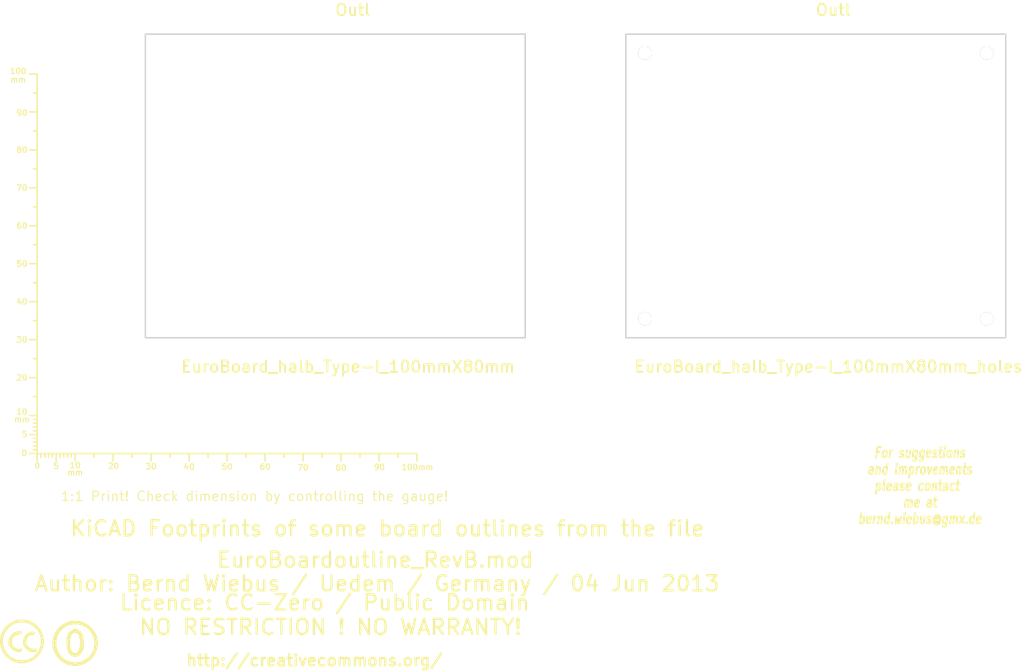
<source format=kicad_pcb>
(kicad_pcb (version 3) (host pcbnew "(2013-03-30 BZR 4007)-stable")

  (general
    (links 0)
    (no_connects 0)
    (area -16.90696 19.13594 297.225656 197.1694)
    (thickness 1.6002)
    (drawings 7)
    (tracks 0)
    (zones 0)
    (modules 5)
    (nets 1)
  )

  (page A4)
  (layers
    (15 Vorderseite signal)
    (0 Rückseite signal)
    (16 B.Adhes user)
    (17 F.Adhes user)
    (18 B.Paste user)
    (19 F.Paste user)
    (20 B.SilkS user)
    (21 F.SilkS user)
    (22 B.Mask user)
    (23 F.Mask user)
    (24 Dwgs.User user)
    (25 Cmts.User user)
    (26 Eco1.User user)
    (27 Eco2.User user)
    (28 Edge.Cuts user)
  )

  (setup
    (last_trace_width 0.2032)
    (trace_clearance 0.254)
    (zone_clearance 0.508)
    (zone_45_only no)
    (trace_min 0.2032)
    (segment_width 0.381)
    (edge_width 0.381)
    (via_size 0.889)
    (via_drill 0.635)
    (via_min_size 0.889)
    (via_min_drill 0.508)
    (uvia_size 0.508)
    (uvia_drill 0.127)
    (uvias_allowed no)
    (uvia_min_size 0.508)
    (uvia_min_drill 0.127)
    (pcb_text_width 0.3048)
    (pcb_text_size 1.524 2.032)
    (mod_edge_width 0.381)
    (mod_text_size 1.524 1.524)
    (mod_text_width 0.3048)
    (pad_size 1.524 1.524)
    (pad_drill 0.8128)
    (pad_to_mask_clearance 0.254)
    (aux_axis_origin 0 0)
    (visible_elements 7FFFFFFF)
    (pcbplotparams
      (layerselection 3178497)
      (usegerberextensions true)
      (excludeedgelayer true)
      (linewidth 60)
      (plotframeref false)
      (viasonmask false)
      (mode 1)
      (useauxorigin false)
      (hpglpennumber 1)
      (hpglpenspeed 20)
      (hpglpendiameter 15)
      (hpglpenoverlay 0)
      (psnegative false)
      (psa4output false)
      (plotreference true)
      (plotvalue true)
      (plotothertext true)
      (plotinvisibletext false)
      (padsonsilk false)
      (subtractmaskfromsilk false)
      (outputformat 1)
      (mirror false)
      (drillshape 1)
      (scaleselection 1)
      (outputdirectory ""))
  )

  (net 0 "")

  (net_class Default "Dies ist die voreingestellte Netzklasse."
    (clearance 0.254)
    (trace_width 0.2032)
    (via_dia 0.889)
    (via_drill 0.635)
    (uvia_dia 0.508)
    (uvia_drill 0.127)
    (add_net "")
  )

  (module Gauge_100mm_Type2_SilkScreenTop_RevA_Date22Jun2010 (layer Vorderseite) (tedit 4D963937) (tstamp 4D88F07A)
    (at 25 138)
    (descr "Gauge, Massstab, 100mm, SilkScreenTop, Type 2,")
    (tags "Gauge, Massstab, 100mm, SilkScreenTop, Type 2,")
    (path Gauge_100mm_Type2_SilkScreenTop_RevA_Date22Jun2010)
    (fp_text reference MSC (at 4.0005 8.99922) (layer F.SilkS) hide
      (effects (font (size 1.524 1.524) (thickness 0.3048)))
    )
    (fp_text value Gauge_100mm_Type2_SilkScreenTop_RevA_Date22Jun2010 (at 45.9994 8.99922) (layer F.SilkS) hide
      (effects (font (size 1.524 1.524) (thickness 0.3048)))
    )
    (fp_text user mm (at 9.99998 5.00126) (layer F.SilkS)
      (effects (font (size 1.524 1.524) (thickness 0.3048)))
    )
    (fp_text user mm (at -4.0005 -8.99922) (layer F.SilkS)
      (effects (font (size 1.524 1.524) (thickness 0.3048)))
    )
    (fp_text user mm (at -5.00126 -98.5012) (layer F.SilkS)
      (effects (font (size 1.524 1.524) (thickness 0.3048)))
    )
    (fp_text user 10 (at 10.00506 3.0988) (layer F.SilkS)
      (effects (font (size 1.50114 1.50114) (thickness 0.29972)))
    )
    (fp_text user 0 (at 0.00508 3.19786) (layer F.SilkS)
      (effects (font (size 1.39954 1.50114) (thickness 0.29972)))
    )
    (fp_text user 5 (at 5.0038 3.29946) (layer F.SilkS)
      (effects (font (size 1.50114 1.50114) (thickness 0.29972)))
    )
    (fp_text user 20 (at 20.1041 3.29946) (layer F.SilkS)
      (effects (font (size 1.50114 1.50114) (thickness 0.29972)))
    )
    (fp_text user 30 (at 30.00502 3.39852) (layer F.SilkS)
      (effects (font (size 1.50114 1.50114) (thickness 0.29972)))
    )
    (fp_text user 40 (at 40.005 3.50012) (layer F.SilkS)
      (effects (font (size 1.50114 1.50114) (thickness 0.29972)))
    )
    (fp_text user 50 (at 50.00498 3.50012) (layer F.SilkS)
      (effects (font (size 1.50114 1.50114) (thickness 0.29972)))
    )
    (fp_text user 60 (at 60.00496 3.50012) (layer F.SilkS)
      (effects (font (size 1.50114 1.50114) (thickness 0.29972)))
    )
    (fp_text user 70 (at 70.00494 3.70078) (layer F.SilkS)
      (effects (font (size 1.50114 1.50114) (thickness 0.29972)))
    )
    (fp_text user 80 (at 80.00492 3.79984) (layer F.SilkS)
      (effects (font (size 1.50114 1.50114) (thickness 0.29972)))
    )
    (fp_text user 90 (at 90.1065 3.60172) (layer F.SilkS)
      (effects (font (size 1.50114 1.50114) (thickness 0.29972)))
    )
    (fp_text user 100mm (at 100.10648 3.60172) (layer F.SilkS)
      (effects (font (size 1.50114 1.50114) (thickness 0.29972)))
    )
    (fp_line (start 0 -8.99922) (end -1.00076 -8.99922) (layer F.SilkS) (width 0.381))
    (fp_line (start 0 -8.001) (end -1.00076 -8.001) (layer F.SilkS) (width 0.381))
    (fp_line (start 0 -7.00024) (end -1.00076 -7.00024) (layer F.SilkS) (width 0.381))
    (fp_line (start 0 -5.99948) (end -1.00076 -5.99948) (layer F.SilkS) (width 0.381))
    (fp_line (start 0 -4.0005) (end -1.00076 -4.0005) (layer F.SilkS) (width 0.381))
    (fp_line (start 0 -2.99974) (end -1.00076 -2.99974) (layer F.SilkS) (width 0.381))
    (fp_line (start 0 -1.99898) (end -1.00076 -1.99898) (layer F.SilkS) (width 0.381))
    (fp_line (start 0 -1.00076) (end -1.00076 -1.00076) (layer F.SilkS) (width 0.381))
    (fp_line (start 0 0) (end -1.99898 0) (layer F.SilkS) (width 0.381))
    (fp_line (start 0 -5.00126) (end -1.99898 -5.00126) (layer F.SilkS) (width 0.381))
    (fp_line (start 0 -9.99998) (end -1.99898 -9.99998) (layer F.SilkS) (width 0.381))
    (fp_line (start 0 -15.00124) (end -1.00076 -15.00124) (layer F.SilkS) (width 0.381))
    (fp_line (start 0 -19.99996) (end -1.99898 -19.99996) (layer F.SilkS) (width 0.381))
    (fp_line (start 0 -25.00122) (end -1.00076 -25.00122) (layer F.SilkS) (width 0.381))
    (fp_line (start 0 -29.99994) (end -1.99898 -29.99994) (layer F.SilkS) (width 0.381))
    (fp_line (start 0 -35.0012) (end -1.00076 -35.0012) (layer F.SilkS) (width 0.381))
    (fp_line (start 0 -39.99992) (end -1.99898 -39.99992) (layer F.SilkS) (width 0.381))
    (fp_line (start 0 -45.00118) (end -1.00076 -45.00118) (layer F.SilkS) (width 0.381))
    (fp_line (start 0 -49.9999) (end -1.99898 -49.9999) (layer F.SilkS) (width 0.381))
    (fp_line (start 0 -55.00116) (end -1.00076 -55.00116) (layer F.SilkS) (width 0.381))
    (fp_line (start 0 -59.99988) (end -1.99898 -59.99988) (layer F.SilkS) (width 0.381))
    (fp_line (start 0 -65.00114) (end -1.00076 -65.00114) (layer F.SilkS) (width 0.381))
    (fp_line (start 0 -69.99986) (end -1.99898 -69.99986) (layer F.SilkS) (width 0.381))
    (fp_line (start 0 -75.00112) (end -1.00076 -75.00112) (layer F.SilkS) (width 0.381))
    (fp_line (start 0 -79.99984) (end -1.99898 -79.99984) (layer F.SilkS) (width 0.381))
    (fp_line (start 0 -85.0011) (end -1.00076 -85.0011) (layer F.SilkS) (width 0.381))
    (fp_line (start 0 -89.99982) (end -1.99898 -89.99982) (layer F.SilkS) (width 0.381))
    (fp_line (start 0 -95.00108) (end -1.00076 -95.00108) (layer F.SilkS) (width 0.381))
    (fp_line (start 0 0) (end 0 -99.9998) (layer F.SilkS) (width 0.381))
    (fp_line (start 0 -99.9998) (end -1.99898 -99.9998) (layer F.SilkS) (width 0.381))
    (fp_text user 100 (at -4.99872 -100.7491) (layer F.SilkS)
      (effects (font (size 1.50114 1.50114) (thickness 0.29972)))
    )
    (fp_text user 90 (at -4.0005 -89.7509) (layer F.SilkS)
      (effects (font (size 1.50114 1.50114) (thickness 0.29972)))
    )
    (fp_text user 80 (at -4.0005 -79.99984) (layer F.SilkS)
      (effects (font (size 1.50114 1.50114) (thickness 0.29972)))
    )
    (fp_text user 70 (at -4.0005 -69.99986) (layer F.SilkS)
      (effects (font (size 1.50114 1.50114) (thickness 0.29972)))
    )
    (fp_text user 60 (at -4.0005 -59.99988) (layer F.SilkS)
      (effects (font (size 1.50114 1.50114) (thickness 0.29972)))
    )
    (fp_text user 50 (at -4.0005 -49.9999) (layer F.SilkS)
      (effects (font (size 1.50114 1.50114) (thickness 0.34036)))
    )
    (fp_text user 40 (at -4.0005 -39.99992) (layer F.SilkS)
      (effects (font (size 1.50114 1.50114) (thickness 0.29972)))
    )
    (fp_text user 30 (at -4.0005 -29.99994) (layer F.SilkS)
      (effects (font (size 1.50114 1.50114) (thickness 0.29972)))
    )
    (fp_text user 20 (at -4.0005 -19.99996) (layer F.SilkS)
      (effects (font (size 1.50114 1.50114) (thickness 0.29972)))
    )
    (fp_line (start 95.00108 0) (end 95.00108 1.00076) (layer F.SilkS) (width 0.381))
    (fp_line (start 89.99982 0) (end 89.99982 1.99898) (layer F.SilkS) (width 0.381))
    (fp_line (start 85.0011 0) (end 85.0011 1.00076) (layer F.SilkS) (width 0.381))
    (fp_line (start 79.99984 0) (end 79.99984 1.99898) (layer F.SilkS) (width 0.381))
    (fp_line (start 75.00112 0) (end 75.00112 1.00076) (layer F.SilkS) (width 0.381))
    (fp_line (start 69.99986 0) (end 69.99986 1.99898) (layer F.SilkS) (width 0.381))
    (fp_line (start 65.00114 0) (end 65.00114 1.00076) (layer F.SilkS) (width 0.381))
    (fp_line (start 59.99988 0) (end 59.99988 1.99898) (layer F.SilkS) (width 0.381))
    (fp_line (start 55.00116 0) (end 55.00116 1.00076) (layer F.SilkS) (width 0.381))
    (fp_line (start 49.9999 0) (end 49.9999 1.99898) (layer F.SilkS) (width 0.381))
    (fp_line (start 45.00118 0) (end 45.00118 1.00076) (layer F.SilkS) (width 0.381))
    (fp_line (start 39.99992 0) (end 39.99992 1.99898) (layer F.SilkS) (width 0.381))
    (fp_line (start 35.0012 0) (end 35.0012 1.00076) (layer F.SilkS) (width 0.381))
    (fp_line (start 29.99994 0) (end 29.99994 1.99898) (layer F.SilkS) (width 0.381))
    (fp_line (start 25.00122 0) (end 25.00122 1.00076) (layer F.SilkS) (width 0.381))
    (fp_line (start 19.99996 0) (end 19.99996 1.99898) (layer F.SilkS) (width 0.381))
    (fp_line (start 15.00124 0) (end 15.00124 1.00076) (layer F.SilkS) (width 0.381))
    (fp_line (start 9.99998 0) (end 99.9998 0) (layer F.SilkS) (width 0.381))
    (fp_line (start 99.9998 0) (end 99.9998 1.99898) (layer F.SilkS) (width 0.381))
    (fp_text user 5 (at -3.302 -5.10286) (layer F.SilkS)
      (effects (font (size 1.50114 1.50114) (thickness 0.29972)))
    )
    (fp_text user 0 (at -3.4036 -0.10414) (layer F.SilkS)
      (effects (font (size 1.50114 1.50114) (thickness 0.29972)))
    )
    (fp_text user 10 (at -4.0005 -11.00074) (layer F.SilkS)
      (effects (font (size 1.50114 1.50114) (thickness 0.29972)))
    )
    (fp_line (start 8.99922 0) (end 8.99922 1.00076) (layer F.SilkS) (width 0.381))
    (fp_line (start 8.001 0) (end 8.001 1.00076) (layer F.SilkS) (width 0.381))
    (fp_line (start 7.00024 0) (end 7.00024 1.00076) (layer F.SilkS) (width 0.381))
    (fp_line (start 5.99948 0) (end 5.99948 1.00076) (layer F.SilkS) (width 0.381))
    (fp_line (start 4.0005 0) (end 4.0005 1.00076) (layer F.SilkS) (width 0.381))
    (fp_line (start 2.99974 0) (end 2.99974 1.00076) (layer F.SilkS) (width 0.381))
    (fp_line (start 1.99898 0) (end 1.99898 1.00076) (layer F.SilkS) (width 0.381))
    (fp_line (start 1.00076 0) (end 1.00076 1.00076) (layer F.SilkS) (width 0.381))
    (fp_line (start 5.00126 0) (end 5.00126 1.99898) (layer F.SilkS) (width 0.381))
    (fp_line (start 0 0) (end 0 1.99898) (layer F.SilkS) (width 0.381))
    (fp_line (start 0 0) (end 9.99998 0) (layer F.SilkS) (width 0.381))
    (fp_line (start 9.99998 0) (end 9.99998 1.99898) (layer F.SilkS) (width 0.381))
  )

  (module Symbol_CC-PublicDomain_SilkScreenTop_Big (layer Vorderseite) (tedit 515D641F) (tstamp 515F0B64)
    (at 35 188)
    (descr "Symbol, CC-PublicDomain, SilkScreen Top, Big,")
    (tags "Symbol, CC-PublicDomain, SilkScreen Top, Big,")
    (path Symbol_CC-Noncommercial_CopperTop_Big)
    (fp_text reference Sym (at 0.59944 -7.29996) (layer F.SilkS) hide
      (effects (font (size 1.524 1.524) (thickness 0.3048)))
    )
    (fp_text value Symbol_CC-PublicDomain_SilkScreenTop_Big (at 0.59944 8.001) (layer F.SilkS) hide
      (effects (font (size 1.524 1.524) (thickness 0.3048)))
    )
    (fp_circle (center 0 0) (end 5.8 -0.05) (layer F.SilkS) (width 0.381))
    (fp_circle (center 0 0) (end 5.5 0) (layer F.SilkS) (width 0.381))
    (fp_circle (center 0.05 0) (end 5.25 0) (layer F.SilkS) (width 0.381))
    (fp_line (start 1.1 -2.5) (end 1.4 -1.9) (layer F.SilkS) (width 0.381))
    (fp_line (start -1.8 1.2) (end -1.6 1.9) (layer F.SilkS) (width 0.381))
    (fp_line (start -1.6 1.9) (end -1.2 2.5) (layer F.SilkS) (width 0.381))
    (fp_line (start 0 -3) (end 0.75 -2.75) (layer F.SilkS) (width 0.381))
    (fp_line (start 0.75 -2.75) (end 1 -2.25) (layer F.SilkS) (width 0.381))
    (fp_line (start 1 -2.25) (end 1.5 -1) (layer F.SilkS) (width 0.381))
    (fp_line (start 1.5 -1) (end 1.5 -0.5) (layer F.SilkS) (width 0.381))
    (fp_line (start 1.5 -0.5) (end 1.5 0.5) (layer F.SilkS) (width 0.381))
    (fp_line (start 1.5 0.5) (end 1.25 1.5) (layer F.SilkS) (width 0.381))
    (fp_line (start 1.25 1.5) (end 0.75 2.5) (layer F.SilkS) (width 0.381))
    (fp_line (start 0.75 2.5) (end 0.25 2.75) (layer F.SilkS) (width 0.381))
    (fp_line (start 0.25 2.75) (end -0.25 2.75) (layer F.SilkS) (width 0.381))
    (fp_line (start -0.25 2.75) (end -0.75 2.5) (layer F.SilkS) (width 0.381))
    (fp_line (start -0.75 2.5) (end -1.25 1.75) (layer F.SilkS) (width 0.381))
    (fp_line (start -1.25 1.75) (end -1.5 0.75) (layer F.SilkS) (width 0.381))
    (fp_line (start -1.5 0.75) (end -1.5 -0.75) (layer F.SilkS) (width 0.381))
    (fp_line (start -1.5 -0.75) (end -1.25 -1.75) (layer F.SilkS) (width 0.381))
    (fp_line (start -1.25 -1.75) (end -1 -2.5) (layer F.SilkS) (width 0.381))
    (fp_line (start -1 -2.5) (end -0.3 -2.9) (layer F.SilkS) (width 0.381))
    (fp_line (start -0.3 -2.9) (end 0.2 -3) (layer F.SilkS) (width 0.381))
    (fp_line (start 0.2 -3) (end 0.8 -3) (layer F.SilkS) (width 0.381))
    (fp_line (start 0.8 -3) (end 1.4 -2.3) (layer F.SilkS) (width 0.381))
    (fp_line (start 1.4 -2.3) (end 1.6 -1.4) (layer F.SilkS) (width 0.381))
    (fp_line (start 1.6 -1.4) (end 1.7 -0.3) (layer F.SilkS) (width 0.381))
    (fp_line (start 1.7 -0.3) (end 1.7 0.9) (layer F.SilkS) (width 0.381))
    (fp_line (start 1.7 0.9) (end 1.4 1.8) (layer F.SilkS) (width 0.381))
    (fp_line (start 1.4 1.8) (end 1 2.7) (layer F.SilkS) (width 0.381))
    (fp_line (start 1 2.7) (end 0.5 3) (layer F.SilkS) (width 0.381))
    (fp_line (start 0.5 3) (end -0.4 3) (layer F.SilkS) (width 0.381))
    (fp_line (start -0.4 3) (end -1.3 2.3) (layer F.SilkS) (width 0.381))
    (fp_line (start -1.3 2.3) (end -1.7 1) (layer F.SilkS) (width 0.381))
    (fp_line (start -1.7 1) (end -1.8 -0.7) (layer F.SilkS) (width 0.381))
    (fp_line (start -1.8 -0.7) (end -1.4 -2.2) (layer F.SilkS) (width 0.381))
    (fp_line (start -1.4 -2.2) (end -1 -2.9) (layer F.SilkS) (width 0.381))
    (fp_line (start -1 -2.9) (end -0.2 -3.3) (layer F.SilkS) (width 0.381))
    (fp_line (start -0.2 -3.3) (end 0.7 -3.2) (layer F.SilkS) (width 0.381))
    (fp_line (start 0.7 -3.2) (end 1.3 -3.1) (layer F.SilkS) (width 0.381))
    (fp_line (start 1.3 -3.1) (end 1.7 -2.4) (layer F.SilkS) (width 0.381))
    (fp_line (start 1.7 -2.4) (end 2 -1.6) (layer F.SilkS) (width 0.381))
    (fp_line (start 2 -1.6) (end 2.1 -0.6) (layer F.SilkS) (width 0.381))
    (fp_line (start 2.1 -0.6) (end 2.1 0.3) (layer F.SilkS) (width 0.381))
    (fp_line (start 2.1 0.3) (end 2.1 1.3) (layer F.SilkS) (width 0.381))
    (fp_line (start 2.1 1.3) (end 1.9 1.8) (layer F.SilkS) (width 0.381))
    (fp_line (start 1.9 1.8) (end 1.5 2.6) (layer F.SilkS) (width 0.381))
    (fp_line (start 1.5 2.6) (end 1.1 3) (layer F.SilkS) (width 0.381))
    (fp_line (start 1.1 3) (end 0.4 3.3) (layer F.SilkS) (width 0.381))
    (fp_line (start 0.4 3.3) (end -0.1 3.4) (layer F.SilkS) (width 0.381))
    (fp_line (start -0.1 3.4) (end -0.8 3.2) (layer F.SilkS) (width 0.381))
    (fp_line (start -0.8 3.2) (end -1.5 2.6) (layer F.SilkS) (width 0.381))
    (fp_line (start -1.5 2.6) (end -1.9 1.7) (layer F.SilkS) (width 0.381))
    (fp_line (start -1.9 1.7) (end -2.1 0.4) (layer F.SilkS) (width 0.381))
    (fp_line (start -2.1 0.4) (end -2.1 -0.6) (layer F.SilkS) (width 0.381))
    (fp_line (start -2.1 -0.6) (end -2 -1.6) (layer F.SilkS) (width 0.381))
    (fp_line (start -2 -1.6) (end -1.7 -2.4) (layer F.SilkS) (width 0.381))
    (fp_line (start -1.7 -2.4) (end -1.2 -3.1) (layer F.SilkS) (width 0.381))
    (fp_line (start -1.2 -3.1) (end -0.4 -3.6) (layer F.SilkS) (width 0.381))
    (fp_line (start -0.4 -3.6) (end 0.4 -3.6) (layer F.SilkS) (width 0.381))
    (fp_line (start 0.4 -3.6) (end 1.1 -3.2) (layer F.SilkS) (width 0.381))
    (fp_line (start 1.1 -3.2) (end 1.1 -2.9) (layer F.SilkS) (width 0.381))
    (fp_line (start 1.1 -2.9) (end 1.8 -1.5) (layer F.SilkS) (width 0.381))
    (fp_line (start 1.8 -1.5) (end 1.8 -0.4) (layer F.SilkS) (width 0.381))
    (fp_line (start 1.8 -0.4) (end 1.8 1.1) (layer F.SilkS) (width 0.381))
    (fp_line (start 1.8 1.1) (end 1.2 2.6) (layer F.SilkS) (width 0.381))
    (fp_line (start 1.2 2.6) (end 0.2 3.2) (layer F.SilkS) (width 0.381))
    (fp_line (start 0.2 3.2) (end -0.5 3.2) (layer F.SilkS) (width 0.381))
    (fp_line (start -0.5 3.2) (end -1.1 2.7) (layer F.SilkS) (width 0.381))
    (fp_line (start -1.1 2.7) (end -1.9 0.6) (layer F.SilkS) (width 0.381))
    (fp_line (start -1.9 0.6) (end -1.7 -1.9) (layer F.SilkS) (width 0.381))
  )

  (module Symbol_CreativeCommons_SilkScreenTop_Type2_Big (layer Vorderseite) (tedit 515D640C) (tstamp 515F46B2)
    (at 21 187.5)
    (descr "Symbol, Creative Commons, SilkScreen Top, Type 2, Big,")
    (tags "Symbol, Creative Commons, SilkScreen Top, Type 2, Big,")
    (path Symbol_CreativeCommons_CopperTop_Type2_Big)
    (fp_text reference Sym (at 0.59944 -7.29996) (layer F.SilkS) hide
      (effects (font (size 1.524 1.524) (thickness 0.3048)))
    )
    (fp_text value Symbol_CreativeCommons_Typ2_SilkScreenTop_Big (at 0.59944 8.001) (layer F.SilkS) hide
      (effects (font (size 1.524 1.524) (thickness 0.3048)))
    )
    (fp_line (start -0.70104 2.70002) (end -0.29972 2.60096) (layer F.SilkS) (width 0.381))
    (fp_line (start -0.29972 2.60096) (end -0.20066 2.10058) (layer F.SilkS) (width 0.381))
    (fp_line (start -2.49936 -1.69926) (end -2.70002 -1.6002) (layer F.SilkS) (width 0.381))
    (fp_line (start -2.70002 -1.6002) (end -3.0988 -1.00076) (layer F.SilkS) (width 0.381))
    (fp_line (start -3.0988 -1.00076) (end -3.29946 -0.50038) (layer F.SilkS) (width 0.381))
    (fp_line (start -3.29946 -0.50038) (end -3.40106 0.39878) (layer F.SilkS) (width 0.381))
    (fp_line (start -3.40106 0.39878) (end -3.29946 0.89916) (layer F.SilkS) (width 0.381))
    (fp_line (start -0.19812 2.4003) (end -0.29718 2.59842) (layer F.SilkS) (width 0.381))
    (fp_line (start 3.70078 2.10058) (end 3.79984 2.4003) (layer F.SilkS) (width 0.381))
    (fp_line (start 2.99974 -2.4003) (end 3.29946 -2.30124) (layer F.SilkS) (width 0.381))
    (fp_line (start 3.29946 -2.30124) (end 3.0988 -1.99898) (layer F.SilkS) (width 0.381))
    (fp_line (start 0 -5.40004) (end -0.50038 -5.40004) (layer F.SilkS) (width 0.381))
    (fp_line (start -0.50038 -5.40004) (end -1.30048 -5.10032) (layer F.SilkS) (width 0.381))
    (fp_line (start -1.30048 -5.10032) (end -1.99898 -4.89966) (layer F.SilkS) (width 0.381))
    (fp_line (start -1.99898 -4.89966) (end -2.70002 -4.699) (layer F.SilkS) (width 0.381))
    (fp_line (start -2.70002 -4.699) (end -3.29946 -4.20116) (layer F.SilkS) (width 0.381))
    (fp_line (start -3.29946 -4.20116) (end -4.0005 -3.59918) (layer F.SilkS) (width 0.381))
    (fp_line (start -4.0005 -3.59918) (end -4.50088 -2.99974) (layer F.SilkS) (width 0.381))
    (fp_line (start -4.50088 -2.99974) (end -5.00126 -2.10058) (layer F.SilkS) (width 0.381))
    (fp_line (start -5.00126 -2.10058) (end -5.30098 -1.09982) (layer F.SilkS) (width 0.381))
    (fp_line (start -5.30098 -1.09982) (end -5.40004 0.09906) (layer F.SilkS) (width 0.381))
    (fp_line (start -5.40004 0.09906) (end -5.19938 1.30048) (layer F.SilkS) (width 0.381))
    (fp_line (start -5.19938 1.30048) (end -4.8006 2.4003) (layer F.SilkS) (width 0.381))
    (fp_line (start -4.8006 2.4003) (end -3.79984 3.8989) (layer F.SilkS) (width 0.381))
    (fp_line (start -3.79984 3.8989) (end -2.60096 4.8006) (layer F.SilkS) (width 0.381))
    (fp_line (start -2.60096 4.8006) (end -1.30048 5.30098) (layer F.SilkS) (width 0.381))
    (fp_line (start -1.30048 5.30098) (end 0.09906 5.30098) (layer F.SilkS) (width 0.381))
    (fp_line (start 0.09906 5.30098) (end 1.6002 5.19938) (layer F.SilkS) (width 0.381))
    (fp_line (start 1.6002 5.19938) (end 2.60096 4.699) (layer F.SilkS) (width 0.381))
    (fp_line (start 2.60096 4.699) (end 4.20116 3.40106) (layer F.SilkS) (width 0.381))
    (fp_line (start 4.20116 3.40106) (end 5.00126 1.80086) (layer F.SilkS) (width 0.381))
    (fp_line (start 5.00126 1.80086) (end 5.40004 0.29972) (layer F.SilkS) (width 0.381))
    (fp_line (start 5.40004 0.29972) (end 5.19938 -1.39954) (layer F.SilkS) (width 0.381))
    (fp_line (start 5.19938 -1.39954) (end 4.699 -2.49936) (layer F.SilkS) (width 0.381))
    (fp_line (start 4.699 -2.49936) (end 3.40106 -4.09956) (layer F.SilkS) (width 0.381))
    (fp_line (start 3.40106 -4.09956) (end 2.4003 -4.8006) (layer F.SilkS) (width 0.381))
    (fp_line (start 2.4003 -4.8006) (end 1.39954 -5.19938) (layer F.SilkS) (width 0.381))
    (fp_line (start 1.39954 -5.19938) (end 0 -5.30098) (layer F.SilkS) (width 0.381))
    (fp_line (start 0.60198 -0.70104) (end 0.50292 -0.20066) (layer F.SilkS) (width 0.381))
    (fp_line (start 0.50292 -0.20066) (end 0.50292 0.49784) (layer F.SilkS) (width 0.381))
    (fp_line (start 0.50292 0.49784) (end 0.60198 1.09982) (layer F.SilkS) (width 0.381))
    (fp_line (start 0.60198 1.09982) (end 1.00076 1.69926) (layer F.SilkS) (width 0.381))
    (fp_line (start 1.00076 1.69926) (end 1.50114 2.19964) (layer F.SilkS) (width 0.381))
    (fp_line (start 1.50114 2.19964) (end 2.10058 2.49936) (layer F.SilkS) (width 0.381))
    (fp_line (start 2.10058 2.49936) (end 2.60096 2.59842) (layer F.SilkS) (width 0.381))
    (fp_line (start 2.60096 2.59842) (end 3.00228 2.59842) (layer F.SilkS) (width 0.381))
    (fp_line (start 3.00228 2.59842) (end 3.40106 2.59842) (layer F.SilkS) (width 0.381))
    (fp_line (start 3.40106 2.59842) (end 3.80238 2.49936) (layer F.SilkS) (width 0.381))
    (fp_line (start 3.80238 2.49936) (end 3.70078 2.2987) (layer F.SilkS) (width 0.381))
    (fp_line (start 3.70078 2.2987) (end 2.80162 2.4003) (layer F.SilkS) (width 0.381))
    (fp_line (start 2.80162 2.4003) (end 1.80086 2.09804) (layer F.SilkS) (width 0.381))
    (fp_line (start 1.80086 2.09804) (end 1.20142 1.6002) (layer F.SilkS) (width 0.381))
    (fp_line (start 1.20142 1.6002) (end 0.80264 0.6985) (layer F.SilkS) (width 0.381))
    (fp_line (start 0.80264 0.6985) (end 0.70104 -0.29972) (layer F.SilkS) (width 0.381))
    (fp_line (start 0.70104 -0.29972) (end 1.00076 -1.00076) (layer F.SilkS) (width 0.381))
    (fp_line (start 1.00076 -1.00076) (end 1.60274 -1.7018) (layer F.SilkS) (width 0.381))
    (fp_line (start 1.60274 -1.7018) (end 2.30124 -2.10058) (layer F.SilkS) (width 0.381))
    (fp_line (start 2.30124 -2.10058) (end 3.00228 -2.10058) (layer F.SilkS) (width 0.381))
    (fp_line (start 3.00228 -2.10058) (end 3.10134 -1.89992) (layer F.SilkS) (width 0.381))
    (fp_line (start 3.10134 -1.89992) (end 2.5019 -1.89992) (layer F.SilkS) (width 0.381))
    (fp_line (start 2.5019 -1.89992) (end 1.80086 -1.6002) (layer F.SilkS) (width 0.381))
    (fp_line (start 1.80086 -1.6002) (end 1.30048 -1.00076) (layer F.SilkS) (width 0.381))
    (fp_line (start 1.30048 -1.00076) (end 1.00076 -0.40132) (layer F.SilkS) (width 0.381))
    (fp_line (start 1.00076 -0.40132) (end 1.00076 0.09906) (layer F.SilkS) (width 0.381))
    (fp_line (start 1.00076 0.09906) (end 1.00076 0.6985) (layer F.SilkS) (width 0.381))
    (fp_line (start 1.00076 0.6985) (end 1.30048 1.19888) (layer F.SilkS) (width 0.381))
    (fp_line (start 1.30048 1.19888) (end 1.7018 1.69926) (layer F.SilkS) (width 0.381))
    (fp_line (start 1.7018 1.69926) (end 2.30124 1.99898) (layer F.SilkS) (width 0.381))
    (fp_line (start 2.30124 1.99898) (end 2.90068 2.09804) (layer F.SilkS) (width 0.381))
    (fp_line (start 2.90068 2.09804) (end 3.40106 2.09804) (layer F.SilkS) (width 0.381))
    (fp_line (start 3.40106 2.09804) (end 3.70078 1.99898) (layer F.SilkS) (width 0.381))
    (fp_line (start 3.00228 -2.4003) (end 2.40284 -2.4003) (layer F.SilkS) (width 0.381))
    (fp_line (start 2.40284 -2.4003) (end 2.00152 -2.20218) (layer F.SilkS) (width 0.381))
    (fp_line (start 2.00152 -2.20218) (end 1.50114 -2.00152) (layer F.SilkS) (width 0.381))
    (fp_line (start 1.50114 -2.00152) (end 1.10236 -1.6002) (layer F.SilkS) (width 0.381))
    (fp_line (start 1.10236 -1.6002) (end 0.80264 -1.09982) (layer F.SilkS) (width 0.381))
    (fp_line (start 0.80264 -1.09982) (end 0.60198 -0.70104) (layer F.SilkS) (width 0.381))
    (fp_line (start -0.39878 -1.99898) (end -0.89916 -1.99898) (layer F.SilkS) (width 0.381))
    (fp_line (start -0.89916 -1.99898) (end -1.39954 -1.89738) (layer F.SilkS) (width 0.381))
    (fp_line (start -1.39954 -1.89738) (end -1.89992 -1.59766) (layer F.SilkS) (width 0.381))
    (fp_line (start -1.89992 -1.59766) (end -2.4003 -1.19888) (layer F.SilkS) (width 0.381))
    (fp_line (start -2.4003 -1.30048) (end -2.70002 -0.8001) (layer F.SilkS) (width 0.381))
    (fp_line (start -2.70002 -0.8001) (end -2.79908 -0.29972) (layer F.SilkS) (width 0.381))
    (fp_line (start -2.79908 -0.29972) (end -2.79908 0.20066) (layer F.SilkS) (width 0.381))
    (fp_line (start -2.79908 0.20066) (end -2.59842 1.00076) (layer F.SilkS) (width 0.381))
    (fp_line (start -2.69748 1.00076) (end -2.39776 1.39954) (layer F.SilkS) (width 0.381))
    (fp_line (start -2.29616 1.4986) (end -1.79578 1.89992) (layer F.SilkS) (width 0.381))
    (fp_line (start -1.79578 1.89992) (end -1.29794 2.09804) (layer F.SilkS) (width 0.381))
    (fp_line (start -1.29794 2.09804) (end -0.89662 2.19964) (layer F.SilkS) (width 0.381))
    (fp_line (start -0.89662 2.19964) (end -0.49784 2.19964) (layer F.SilkS) (width 0.381))
    (fp_line (start -0.49784 2.19964) (end -0.19812 2.09804) (layer F.SilkS) (width 0.381))
    (fp_line (start -0.19812 2.09804) (end -0.29718 2.4003) (layer F.SilkS) (width 0.381))
    (fp_line (start -0.29718 2.4003) (end -0.89662 2.49936) (layer F.SilkS) (width 0.381))
    (fp_line (start -0.89662 2.49936) (end -1.59766 2.2987) (layer F.SilkS) (width 0.381))
    (fp_line (start -1.59766 2.2987) (end -2.29616 1.79832) (layer F.SilkS) (width 0.381))
    (fp_line (start -2.29616 1.79832) (end -2.79654 1.29794) (layer F.SilkS) (width 0.381))
    (fp_line (start -2.79908 1.39954) (end -2.99974 0.70104) (layer F.SilkS) (width 0.381))
    (fp_line (start -2.99974 0.70104) (end -3.0988 0) (layer F.SilkS) (width 0.381))
    (fp_line (start -3.0988 0) (end -2.99974 -0.59944) (layer F.SilkS) (width 0.381))
    (fp_line (start -2.99974 -0.8001) (end -2.70002 -1.30048) (layer F.SilkS) (width 0.381))
    (fp_line (start -2.70002 -1.09982) (end -2.19964 -1.6002) (layer F.SilkS) (width 0.381))
    (fp_line (start -2.19964 -1.69926) (end -1.69926 -1.99898) (layer F.SilkS) (width 0.381))
    (fp_line (start -1.69926 -1.99898) (end -1.19888 -2.19964) (layer F.SilkS) (width 0.381))
    (fp_line (start -1.19888 -2.19964) (end -0.6985 -2.19964) (layer F.SilkS) (width 0.381))
    (fp_line (start -0.6985 -2.19964) (end -0.29972 -2.19964) (layer F.SilkS) (width 0.381))
    (fp_line (start -0.29972 -2.19964) (end -0.20066 -2.39776) (layer F.SilkS) (width 0.381))
    (fp_line (start -0.20066 -2.39776) (end -0.59944 -2.49936) (layer F.SilkS) (width 0.381))
    (fp_line (start -0.59944 -2.49936) (end -1.00076 -2.49936) (layer F.SilkS) (width 0.381))
    (fp_line (start -1.00076 -2.49936) (end -1.4986 -2.39776) (layer F.SilkS) (width 0.381))
    (fp_line (start -1.4986 -2.39776) (end -2.10058 -2.09804) (layer F.SilkS) (width 0.381))
    (fp_line (start -2.10058 -2.09804) (end -2.59842 -1.69926) (layer F.SilkS) (width 0.381))
    (fp_line (start -2.59842 -1.6002) (end -3.0988 -0.89916) (layer F.SilkS) (width 0.381))
    (fp_line (start -3.0988 -0.89916) (end -3.29946 -0.29972) (layer F.SilkS) (width 0.381))
    (fp_line (start -3.29946 -0.29972) (end -3.29946 0.40132) (layer F.SilkS) (width 0.381))
    (fp_line (start -3.29946 0.40132) (end -3.2004 1.00076) (layer F.SilkS) (width 0.381))
    (fp_line (start -3.29946 0.8001) (end -2.99974 1.39954) (layer F.SilkS) (width 0.381))
    (fp_line (start -2.89814 1.4986) (end -2.49682 1.99898) (layer F.SilkS) (width 0.381))
    (fp_line (start -2.49682 1.99898) (end -1.89738 2.4003) (layer F.SilkS) (width 0.381))
    (fp_line (start -1.89738 2.4003) (end -1.19634 2.59842) (layer F.SilkS) (width 0.381))
    (fp_line (start -1.19634 2.59842) (end -0.69596 2.70002) (layer F.SilkS) (width 0.381))
    (fp_line (start -2.9972 1.19888) (end -2.59842 1.19888) (layer F.SilkS) (width 0.381))
    (fp_circle (center 0 0) (end 5.08 1.016) (layer F.SilkS) (width 0.381))
    (fp_circle (center 0 0) (end 5.588 0) (layer F.SilkS) (width 0.381))
  )

  (module EuroBoard_halb_Type-I_100mmX80mm (layer Vorderseite) (tedit 51AE1B7A) (tstamp 51AE24B5)
    (at 53.5 107.5)
    (descr "Outline, Eurocard 1/2, Type I, 100x80mm,")
    (tags "Outline, Eurocard 1/2, Type I, 100x80mm,")
    (path EuroBoard-halb-100mmX80mm)
    (fp_text reference Outl (at 54.61 -86.36) (layer F.SilkS)
      (effects (font (size 2.99974 2.99974) (thickness 0.50038)))
    )
    (fp_text value EuroBoard_halb_Type-I_100mmX80mm (at 53.34 7.62) (layer F.SilkS)
      (effects (font (size 3.00228 3.00228) (thickness 0.50038)))
    )
    (fp_line (start 0 0) (end 0 -79.99984) (layer Edge.Cuts) (width 0.381))
    (fp_line (start 0 -79.99984) (end 99.9998 -79.99984) (layer Edge.Cuts) (width 0.381))
    (fp_line (start 99.9998 -79.99984) (end 99.9998 0) (layer Edge.Cuts) (width 0.381))
    (fp_line (start 99.9998 0) (end 0 0) (layer Edge.Cuts) (width 0.381))
  )

  (module EuroBoard_halb_Type-I_100mmX80mm_holes (layer Vorderseite) (tedit 51AE1B80) (tstamp 51AE257E)
    (at 180 107.5)
    (descr "Outline, Eurocard 1/2, Type I, 100x80mm, with holes 3,5mm")
    (tags "Outline, Eurocard 1/2, Type I, 100x80mm, with holes 3,5mm")
    (path EuroBoard-halb-100mmX80mm)
    (fp_text reference Outl (at 54.61 -86.36) (layer F.SilkS)
      (effects (font (size 2.99974 2.99974) (thickness 0.50038)))
    )
    (fp_text value EuroBoard_halb_Type-I_100mmX80mm_holes (at 53.34 7.62) (layer F.SilkS)
      (effects (font (size 3.00228 3.00228) (thickness 0.50038)))
    )
    (fp_line (start 0 0) (end 0 -79.99984) (layer Edge.Cuts) (width 0.381))
    (fp_line (start 0 -79.99984) (end 99.9998 -79.99984) (layer Edge.Cuts) (width 0.381))
    (fp_line (start 99.9998 -79.99984) (end 99.9998 0) (layer Edge.Cuts) (width 0.381))
    (fp_line (start 99.9998 0) (end 0 0) (layer Edge.Cuts) (width 0.381))
    (pad 1 thru_hole circle (at 5.00126 -5.00126) (size 3.50012 3.50012) (drill 3.50012)
      (layers *.Cu *.Mask F.SilkS)
    )
    (pad 2 thru_hole circle (at 5.00126 -75.00112) (size 3.50012 3.50012) (drill 3.50012)
      (layers *.Cu *.Mask F.SilkS)
    )
    (pad 3 thru_hole circle (at 95.00108 -75.00112) (size 3.50012 3.50012) (drill 3.50012)
      (layers *.Cu *.Mask F.SilkS)
    )
    (pad 4 thru_hole circle (at 95.00108 -5.00126) (size 3.50012 3.50012) (drill 3.50012)
      (layers *.Cu *.Mask F.SilkS)
    )
  )

  (gr_text http://creativecommons.org/ (at 98 192.5) (layer F.SilkS)
    (effects (font (size 3 3) (thickness 0.6)))
  )
  (gr_text "For suggestions\nand improvements\nplease contact \nme at\nbernd.wiebus@gmx.de" (at 257.41884 146.4691) (layer F.SilkS)
    (effects (font (size 2.70002 1.99898) (thickness 0.50038) italic))
  )
  (gr_text "1:1 Print! Check dimension by controlling the gauge!" (at 82.24882 149.25014) (layer F.SilkS)
    (effects (font (size 2.49936 2.49936) (thickness 0.29972)))
  )
  (gr_text "Licence: CC-Zero / Public Domain \nNO RESTRICTION ! NO WARRANTY!" (at 102.2501 180.50064) (layer F.SilkS)
    (effects (font (size 4.0005 4.0005) (thickness 0.59944)))
  )
  (gr_text "Author: Bernd Wiebus / Uedem / Germany / 04 Jun 2013" (at 114.50012 172.24958) (layer F.SilkS)
    (effects (font (size 4.0005 4.0005) (thickness 0.59944)))
  )
  (gr_text EuroBoardoutline_RevB.mod (at 114.00028 165.9989) (layer F.SilkS)
    (effects (font (size 4.0005 4.0005) (thickness 0.59944)))
  )
  (gr_text "KiCAD Footprints of some board outlines from the file " (at 118.75008 157.74898) (layer F.SilkS)
    (effects (font (size 4.0005 4.0005) (thickness 0.59944)))
  )

)

</source>
